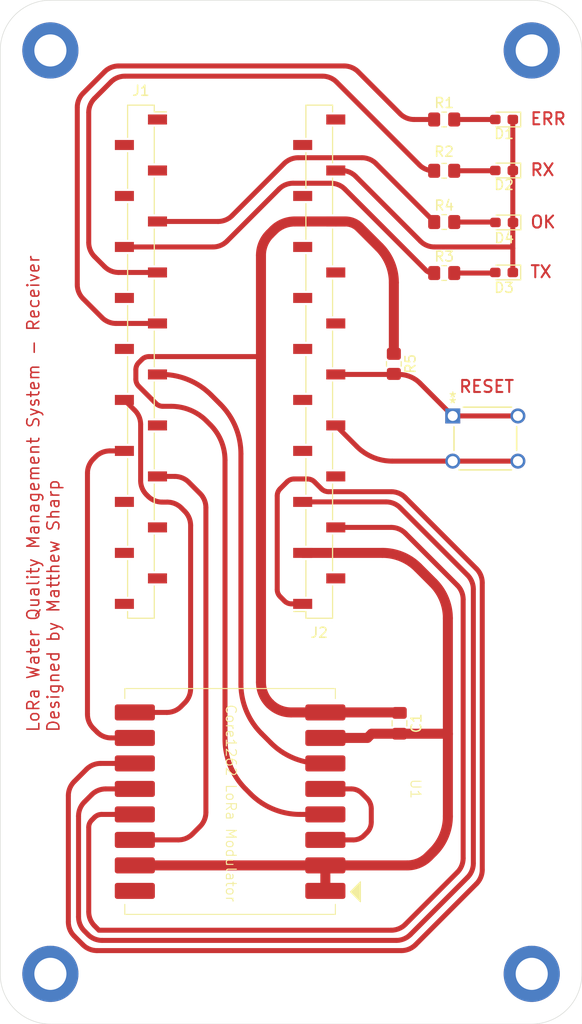
<source format=kicad_pcb>
(kicad_pcb (version 20241229) (generator "pcbnew") (generator_version "9.0")
  (layers (0 "F.Cu" signal) (2 "B.Cu" signal) (13 "F.Paste" user) (15 "B.Paste" user) (5 "F.SilkS" user "F.Silkscreen") (7 "B.SilkS" user "B.Silkscreen") (1 "F.Mask" user) (3 "B.Mask" user) (25 "Edge.Cuts" user))
  (net 0 "")
  (net 1 "+3V3")
  (net 2 "GND")
  (net 3 "Net-(D1-A)")
  (net 4 "Net-(D2-A)")
  (net 5 "Net-(D3-A)")
  (net 6 "Net-(D4-A)")
  (net 10 "/LoRa_IRQ")
  (net 11 "/ERR_LED")
  (net 12 "/RX_LED")
  (net 15 "/LoRa_~{RESET}")
  (net 20 "/STATUS_LED")
  (net 21 "/LoRa_BUSY")
  (net 23 "/TX_LED")
  (net 24 "/LoRa_CS")
  (net 27 "/SPI_SCK_{0}")
  (net 31 "/SPI_MISO_{0}")
  (net 32 "Net-(J2-Pin_10)")
  (net 39 "/SPI_MOSI_{0}")
  (net 41 "Net-(U1-DIO2)")
  (net 45 "GND2")
  (net 46 "GND1")
  (footprint "LED_SMD:LED_0603_1608Metric_Pad1.05x0.95mm_HandSolder" (layer "F.Cu") (at 157.256 66.138 180)
    (property "Reference" "D4" (at 0 -1.553 0) (layer "F.SilkS"))
    (property "Value" "LED")
    (fp_line (start 0.8 -0.735) (end -1.66 -0.735) (stroke (width 0.12)) (layer "F.SilkS"))
    (fp_line (start -1.66 0.735) (end 0.8 0.735) (stroke (width 0.12)) (layer "F.SilkS"))
    (fp_line (start -1.66 -0.735) (end -1.66 0.735) (stroke (width 0.12)) (layer "F.SilkS"))
    (pad "1" smd roundrect (at -0.875 0 180) (size 1.05 0.95) (layers "F.Cu" "F.Mask" "F.Paste") (net 45 "GND2"))
    (pad "2" smd roundrect (at 0.875 0 180) (size 1.05 0.95) (layers "F.Cu" "F.Mask" "F.Paste") (net 6 "Net-(D4-A)"))
  )
  (footprint "MountingHole:MountingHole_3.2mm_M3_DIN965_Pad" (layer "F.Cu") (at 112 49)
    (property "Reference" "REF**" (hide yes))
    (property "Value" "MountingHole_3.2mm_M3_DIN965_Pad" (hide yes))
    (pad "1" thru_hole circle (at 0 0) (size 5.6 5.6) (drill 3.2) (layers "*.Cu" "*.Mask"))
  )
  (footprint "Resistor_SMD:R_0805_2012Metric_Pad1.20x1.40mm_HandSolder" (layer "F.Cu") (at 151.273 71.178)
    (property "Reference" "R3" (at 0 -1.65 0) (layer "F.SilkS"))
    (property "Value" "165R")
    (fp_line (start -0.227064 -0.735) (end 0.227064 -0.735) (stroke (width 0.12)) (layer "F.SilkS"))
    (fp_line (start -0.227064 0.735) (end 0.227064 0.735) (stroke (width 0.12)) (layer "F.SilkS"))
    (pad "1" smd roundrect (at -1 0) (size 1.2 1.4) (layers "F.Cu" "F.Mask" "F.Paste") (roundrect_rratio 0.208333) (net 23 "/TX_LED"))
    (pad "2" smd roundrect (at 1 0) (size 1.2 1.4) (layers "F.Cu" "F.Mask" "F.Paste") (roundrect_rratio 0.208333) (net 5 "Net-(D3-A)"))
  )
  (footprint "LWQMS:SW4_1825910-B_TEC" (layer "F.Cu") (at 158.623 89.916)
    (property "Reference" "SW1" (hide yes))
    (property "Value" "Tactile Pushbutton")
    (fp_line (start -6.3742 -3.417961) (end -6.3742 -1.074702) (stroke (width 0.1524)) (layer "F.SilkS"))
    (fp_line (start -5.86236 0.874199) (end -0.63764 0.874199) (stroke (width 0.1524)) (layer "F.SilkS"))
    (fp_line (start -0.63764 -5.374201) (end -5.442292 -5.374201) (stroke (width 0.1524)) (layer "F.SilkS"))
    (fp_line (start -0.1258 -1.074702) (end -0.1258 -3.425299) (stroke (width 0.1524)) (layer "F.SilkS"))
    (fp_text user "*" (at -6.5 -6.318387 0) (layer "F.SilkS"))
    (fp_text user "*" (at -6.500001 -5.723002 0) (layer "F.SilkS"))
    (pad "1" thru_hole rect (at -6.500001 -4.500001) (size 1.4986 1.4986) (drill 0.9906) (layers "*.Cu" "*.Mask") (net 32 "Net-(J2-Pin_10)"))
    (pad "2" thru_hole circle (at 0 -4.500001) (size 1.4986 1.4986) (drill 0.9906) (layers "*.Cu" "*.Mask") (net 32 "Net-(J2-Pin_10)"))
    (pad "3" thru_hole circle (at -6.500001 0) (size 1.4986 1.4986) (drill 0.9906) (layers "*.Cu" "*.Mask") (net 46 "GND1"))
    (pad "4" thru_hole circle (at 0 0) (size 1.4986 1.4986) (drill 0.9906) (layers "*.Cu" "*.Mask") (net 46 "GND1"))
  )
  (footprint "Connector_PinSocket_2.54mm:PinSocket_1x20_P2.54mm_Vertical_SMD_Pin1Right" (layer "F.Cu") (at 121.03 80.01)
    (property "Reference" "J1" (at 0 -27 0) (layer "F.SilkS"))
    (property "Value" "Conn_01x20")
    (fp_line (start -1.33 -25.56) (end -1.33 -22.35) (stroke (width 0.12)) (layer "F.SilkS"))
    (fp_line (start -1.33 -25.56) (end 1.33 -25.56) (stroke (width 0.12)) (layer "F.SilkS"))
    (fp_line (start -1.33 -20.83) (end -1.33 -17.27) (stroke (width 0.12)) (layer "F.SilkS"))
    (fp_line (start -1.33 -15.75) (end -1.33 -12.19) (stroke (width 0.12)) (layer "F.SilkS"))
    (fp_line (start -1.33 -10.67) (end -1.33 -7.11) (stroke (width 0.12)) (layer "F.SilkS"))
    (fp_line (start -1.33 -5.59) (end -1.33 -2.03) (stroke (width 0.12)) (layer "F.SilkS"))
    (fp_line (start -1.33 -0.51) (end -1.33 3.05) (stroke (width 0.12)) (layer "F.SilkS"))
    (fp_line (start -1.33 4.57) (end -1.33 8.13) (stroke (width 0.12)) (layer "F.SilkS"))
    (fp_line (start -1.33 9.65) (end -1.33 13.21) (stroke (width 0.12)) (layer "F.SilkS"))
    (fp_line (start -1.33 14.73) (end -1.33 18.29) (stroke (width 0.12)) (layer "F.SilkS"))
    (fp_line (start -1.33 19.81) (end -1.33 23.37) (stroke (width 0.12)) (layer "F.SilkS"))
    (fp_line (start -1.33 24.89) (end -1.33 25.56) (stroke (width 0.12)) (layer "F.SilkS"))
    (fp_line (start -1.33 25.56) (end 1.33 25.56) (stroke (width 0.12)) (layer "F.SilkS"))
    (fp_line (start 1.33 -25.56) (end 1.33 -24.89) (stroke (width 0.12)) (layer "F.SilkS"))
    (fp_line (start 1.33 -24.89) (end 2.54 -24.89) (stroke (width 0.12)) (layer "F.SilkS"))
    (fp_line (start 1.33 -23.37) (end 1.33 -19.81) (stroke (width 0.12)) (layer "F.SilkS"))
    (fp_line (start 1.33 -18.29) (end 1.33 -14.73) (stroke (width 0.12)) (layer "F.SilkS"))
    (fp_line (start 1.33 -13.21) (end 1.33 -9.65) (stroke (width 0.12)) (layer "F.SilkS"))
    (fp_line (start 1.33 -8.13) (end 1.33 -4.57) (stroke (width 0.12)) (layer "F.SilkS"))
    (fp_line (start 1.33 -3.05) (end 1.33 0.51) (stroke (width 0.12)) (layer "F.SilkS"))
    (fp_line (start 1.33 2.03) (end 1.33 5.59) (stroke (width 0.12)) (layer "F.SilkS"))
    (fp_line (start 1.33 7.11) (end 1.33 10.67) (stroke (width 0.12)) (layer "F.SilkS"))
    (fp_line (start 1.33 12.19) (end 1.33 15.75) (stroke (width 0.12)) (layer "F.SilkS"))
    (fp_line (start 1.33 17.27) (end 1.33 20.83) (stroke (width 0.12)) (layer "F.SilkS"))
    (fp_line (start 1.33 22.35) (end 1.33 25.56) (stroke (width 0.12)) (layer "F.SilkS"))
    (pad "1" smd rect (at 1.65 -24.13) (size 1.9 1) (layers "F.Cu" "F.Mask" "F.Paste"))
    (pad "2" smd rect (at -1.65 -21.59) (size 1.9 1) (layers "F.Cu" "F.Mask" "F.Paste"))
    (pad "3" smd rect (at 1.65 -19.05) (size 1.9 1) (layers "F.Cu" "F.Mask" "F.Paste"))
    (pad "4" smd rect (at -1.65 -16.51) (size 1.9 1) (layers "F.Cu" "F.Mask" "F.Paste"))
    (pad "5" smd rect (at 1.65 -13.97) (size 1.9 1) (layers "F.Cu" "F.Mask" "F.Paste") (net 20 "/STATUS_LED"))
    (pad "6" smd rect (at -1.65 -11.43) (size 1.9 1) (layers "F.Cu" "F.Mask" "F.Paste") (net 23 "/TX_LED"))
    (pad "7" smd rect (at 1.65 -8.89) (size 1.9 1) (layers "F.Cu" "F.Mask" "F.Paste") (net 12 "/RX_LED"))
    (pad "8" smd rect (at -1.65 -6.35) (size 1.9 1) (layers "F.Cu" "F.Mask" "F.Paste"))
    (pad "9" smd rect (at 1.65 -3.81) (size 1.9 1) (layers "F.Cu" "F.Mask" "F.Paste") (net 11 "/ERR_LED"))
    (pad "10" smd rect (at -1.65 -1.27) (size 1.9 1) (layers "F.Cu" "F.Mask" "F.Paste"))
    (pad "11" smd rect (at 1.65 1.27) (size 1.9 1) (layers "F.Cu" "F.Mask" "F.Paste") (net 10 "/LoRa_IRQ"))
    (pad "12" smd rect (at -1.65 3.81) (size 1.9 1) (layers "F.Cu" "F.Mask" "F.Paste") (net 21 "/LoRa_BUSY"))
    (pad "13" smd rect (at 1.65 6.35) (size 1.9 1) (layers "F.Cu" "F.Mask" "F.Paste"))
    (pad "14" smd rect (at -1.65 8.89) (size 1.9 1) (layers "F.Cu" "F.Mask" "F.Paste") (net 15 "/LoRa_~{RESET}"))
    (pad "15" smd rect (at 1.65 11.43) (size 1.9 1) (layers "F.Cu" "F.Mask" "F.Paste") (net 24 "/LoRa_CS"))
    (pad "16" smd rect (at -1.65 13.97) (size 1.9 1) (layers "F.Cu" "F.Mask" "F.Paste"))
    (pad "17" smd rect (at 1.65 16.51) (size 1.9 1) (layers "F.Cu" "F.Mask" "F.Paste"))
    (pad "18" smd rect (at -1.65 19.05) (size 1.9 1) (layers "F.Cu" "F.Mask" "F.Paste"))
    (pad "19" smd rect (at 1.65 21.59) (size 1.9 1) (layers "F.Cu" "F.Mask" "F.Paste"))
    (pad "20" smd rect (at -1.65 24.13) (size 1.9 1) (layers "F.Cu" "F.Mask" "F.Paste"))
  )
  (footprint "LED_SMD:LED_0603_1608Metric_Pad1.05x0.95mm_HandSolder" (layer "F.Cu") (at 157.24 60.96 180)
    (property "Reference" "D2" (at 0 -1.43 0) (layer "F.SilkS"))
    (property "Value" "LED")
    (fp_line (start 0.8 -0.735) (end -1.66 -0.735) (stroke (width 0.12)) (layer "F.SilkS"))
    (fp_line (start -1.66 0.735) (end 0.8 0.735) (stroke (width 0.12)) (layer "F.SilkS"))
    (fp_line (start -1.66 -0.735) (end -1.66 0.735) (stroke (width 0.12)) (layer "F.SilkS"))
    (pad "1" smd roundrect (at -0.875 0 180) (size 1.05 0.95) (layers "F.Cu" "F.Mask" "F.Paste") (net 45 "GND2"))
    (pad "2" smd roundrect (at 0.875 0 180) (size 1.05 0.95) (layers "F.Cu" "F.Mask" "F.Paste") (net 4 "Net-(D2-A)"))
  )
  (footprint "LED_SMD:LED_0603_1608Metric_Pad1.05x0.95mm_HandSolder" (layer "F.Cu") (at 157.24 71.12 180)
    (property "Reference" "D3" (at 0 -1.524 0) (layer "F.SilkS"))
    (property "Value" "LED")
    (fp_line (start 0.8 -0.735) (end -1.66 -0.735) (stroke (width 0.12)) (layer "F.SilkS"))
    (fp_line (start -1.66 0.735) (end 0.8 0.735) (stroke (width 0.12)) (layer "F.SilkS"))
    (fp_line (start -1.66 -0.735) (end -1.66 0.735) (stroke (width 0.12)) (layer "F.SilkS"))
    (pad "1" smd roundrect (at -0.875 0 180) (size 1.05 0.95) (layers "F.Cu" "F.Mask" "F.Paste") (net 45 "GND2"))
    (pad "2" smd roundrect (at 0.875 0 180) (size 1.05 0.95) (layers "F.Cu" "F.Mask" "F.Paste") (net 5 "Net-(D3-A)"))
  )
  (footprint "MountingHole:MountingHole_3.2mm_M3_DIN965_Pad" (layer "F.Cu") (at 160 141)
    (property "Reference" "REF**" (hide yes))
    (property "Value" "MountingHole_3.2mm_M3_DIN965_Pad" (hide yes))
    (pad "1" thru_hole circle (at 0 0) (size 5.6 5.6) (drill 3.2) (layers "*.Cu" "*.Mask"))
  )
  (footprint "Resistor_SMD:R_0805_2012Metric_Pad1.20x1.40mm_HandSolder" (layer "F.Cu") (at 151.269 55.88)
    (property "Reference" "R1" (at 0 -1.65 0) (layer "F.SilkS"))
    (property "Value" "75R")
    (fp_line (start -0.227064 -0.735) (end 0.227064 -0.735) (stroke (width 0.12)) (layer "F.SilkS"))
    (fp_line (start -0.227064 0.735) (end 0.227064 0.735) (stroke (width 0.12)) (layer "F.SilkS"))
    (pad "1" smd roundrect (at -1 0) (size 1.2 1.4) (layers "F.Cu" "F.Mask" "F.Paste") (roundrect_rratio 0.208333) (net 11 "/ERR_LED"))
    (pad "2" smd roundrect (at 1 0) (size 1.2 1.4) (layers "F.Cu" "F.Mask" "F.Paste") (roundrect_rratio 0.208333) (net 3 "Net-(D1-A)"))
  )
  (footprint "MountingHole:MountingHole_3.2mm_M3_DIN965_Pad" (layer "F.Cu") (at 160 49)
    (property "Reference" "REF**" (hide yes))
    (property "Value" "MountingHole_3.2mm_M3_DIN965_Pad" (hide yes))
    (pad "1" thru_hole circle (at 0 0) (size 5.6 5.6) (drill 3.2) (layers "*.Cu" "*.Mask"))
  )
  (footprint "Connector_PinSocket_2.54mm:PinSocket_1x20_P2.54mm_Vertical_SMD_Pin1Right" (layer "F.Cu") (at 138.81 80.01 180)
    (property "Reference" "J2" (at 0 -27 0) (layer "F.SilkS"))
    (property "Value" "Conn_01x20")
    (fp_line (start 1.33 22.35) (end 1.33 25.56) (stroke (width 0.12)) (layer "F.SilkS"))
    (fp_line (start 1.33 17.27) (end 1.33 20.83) (stroke (width 0.12)) (layer "F.SilkS"))
    (fp_line (start 1.33 12.19) (end 1.33 15.75) (stroke (width 0.12)) (layer "F.SilkS"))
    (fp_line (start 1.33 7.11) (end 1.33 10.67) (stroke (width 0.12)) (layer "F.SilkS"))
    (fp_line (start 1.33 2.03) (end 1.33 5.59) (stroke (width 0.12)) (layer "F.SilkS"))
    (fp_line (start 1.33 -3.05) (end 1.33 0.51) (stroke (width 0.12)) (layer "F.SilkS"))
    (fp_line (start 1.33 -8.13) (end 1.33 -4.57) (stroke (width 0.12)) (layer "F.SilkS"))
    (fp_line (start 1.33 -13.21) (end 1.33 -9.65) (stroke (width 0.12)) (layer "F.SilkS"))
    (fp_line (start 1.33 -18.29) (end 1.33 -14.73) (stroke (width 0.12)) (layer "F.SilkS"))
    (fp_line (start 1.33 -23.37) (end 1.33 -19.81) (stroke (width 0.12)) (layer "F.SilkS"))
    (fp_line (start 1.33 -24.89) (end 2.54 -24.89) (stroke (width 0.12)) (layer "F.SilkS"))
    (fp_line (start 1.33 -25.56) (end 1.33 -24.89) (stroke (width 0.12)) (layer "F.SilkS"))
    (fp_line (start -1.33 25.56) (end 1.33 25.56) (stroke (width 0.12)) (layer "F.SilkS"))
    (fp_line (start -1.33 24.89) (end -1.33 25.56) (stroke (width 0.12)) (layer "F.SilkS"))
    (fp_line (start -1.33 19.81) (end -1.33 23.37) (stroke (width 0.12)) (layer "F.SilkS"))
    (fp_line (start -1.33 14.73) (end -1.33 18.29) (stroke (width 0.12)) (layer "F.SilkS"))
    (fp_line (start -1.33 9.65) (end -1.33 13.21) (stroke (width 0.12)) (layer "F.SilkS"))
    (fp_line (start -1.33 4.57) (end -1.33 8.13) (stroke (width 0.12)) (layer "F.SilkS"))
    (fp_line (start -1.33 -0.51) (end -1.33 3.05) (stroke (width 0.12)) (layer "F.SilkS"))
    (fp_line (start -1.33 -5.59) (end -1.33 -2.03) (stroke (width 0.12)) (layer "F.SilkS"))
    (fp_line (start -1.33 -10.67) (end -1.33 -7.11) (stroke (width 0.12)) (layer "F.SilkS"))
    (fp_line (start -1.33 -15.75) (end -1.33 -12.19) (stroke (width 0.12)) (layer "F.SilkS"))
    (fp_line (start -1.33 -20.83) (end -1.33 -17.27) (stroke (width 0.12)) (layer "F.SilkS"))
    (fp_line (start -1.33 -25.56) (end 1.33 -25.56) (stroke (width 0.12)) (layer "F.SilkS"))
    (fp_line (start -1.33 -25.56) (end -1.33 -22.35) (stroke (width 0.12)) (layer "F.SilkS"))
    (pad "1" smd rect (at 1.65 -24.13 180) (size 1.9 1) (layers "F.Cu" "F.Mask" "F.Paste") (net 31 "/SPI_MISO_{0}"))
    (pad "2" smd rect (at -1.65 -21.59 180) (size 1.9 1) (layers "F.Cu" "F.Mask" "F.Paste"))
    (pad "3" smd rect (at 1.65 -19.05 180) (size 1.9 1) (layers "F.Cu" "F.Mask" "F.Paste") (net 2 "GND"))
    (pad "4" smd rect (at -1.65 -16.51 180) (size 1.9 1) (layers "F.Cu" "F.Mask" "F.Paste") (net 27 "/SPI_SCK_{0}"))
    (pad "5" smd rect (at 1.65 -13.97 180) (size 1.9 1) (layers "F.Cu" "F.Mask" "F.Paste") (net 39 "/SPI_MOSI_{0}"))
    (pad "6" smd rect (at -1.65 -11.43 180) (size 1.9 1) (layers "F.Cu" "F.Mask" "F.Paste"))
    (pad "7" smd rect (at 1.65 -8.89 180) (size 1.9 1) (layers "F.Cu" "F.Mask" "F.Paste"))
    (pad "8" smd rect (at -1.65 -6.35 180) (size 1.9 1) (layers "F.Cu" "F.Mask" "F.Paste") (net 46 "GND1"))
    (pad "9" smd rect (at 1.65 -3.81 180) (size 1.9 1) (layers "F.Cu" "F.Mask" "F.Paste"))
    (pad "10" smd rect (at -1.65 -1.27 180) (size 1.9 1) (layers "F.Cu" "F.Mask" "F.Paste") (net 32 "Net-(J2-Pin_10)"))
    (pad "11" smd rect (at 1.65 1.27 180) (size 1.9 1) (layers "F.Cu" "F.Mask" "F.Paste"))
    (pad "12" smd rect (at -1.65 3.81 180) (size 1.9 1) (layers "F.Cu" "F.Mask" "F.Paste"))
    (pad "13" smd rect (at 1.65 6.35 180) (size 1.9 1) (layers "F.Cu" "F.Mask" "F.Paste"))
    (pad "14" smd rect (at -1.65 8.89 180) (size 1.9 1) (layers "F.Cu" "F.Mask" "F.Paste"))
    (pad "15" smd rect (at 1.65 11.43 180) (size 1.9 1) (layers "F.Cu" "F.Mask" "F.Paste"))
    (pad "16" smd rect (at -1.65 13.97 180) (size 1.9 1) (layers "F.Cu" "F.Mask" "F.Paste") (net 1 "+3V3"))
    (pad "17" smd rect (at 1.65 16.51 180) (size 1.9 1) (layers "F.Cu" "F.Mask" "F.Paste"))
    (pad "18" smd rect (at -1.65 19.05 180) (size 1.9 1) (layers "F.Cu" "F.Mask" "F.Paste") (net 45 "GND2"))
    (pad "19" smd rect (at 1.65 21.59 180) (size 1.9 1) (layers "F.Cu" "F.Mask" "F.Paste"))
    (pad "20" smd rect (at -1.65 24.13 180) (size 1.9 1) (layers "F.Cu" "F.Mask" "F.Paste"))
  )
  (footprint "LED_SMD:LED_0603_1608Metric_Pad1.05x0.95mm_HandSolder" (layer "F.Cu") (at 157.24 55.88 180)
    (property "Reference" "D1" (at 0 -1.43 0) (layer "F.SilkS"))
    (property "Value" "LED")
    (fp_line (start 0.8 -0.735) (end -1.66 -0.735) (stroke (width 0.12)) (layer "F.SilkS"))
    (fp_line (start -1.66 0.735) (end 0.8 0.735) (stroke (width 0.12)) (layer "F.SilkS"))
    (fp_line (start -1.66 -0.735) (end -1.66 0.735) (stroke (width 0.12)) (layer "F.SilkS"))
    (pad "1" smd roundrect (at -0.875 0 180) (size 1.05 0.95) (layers "F.Cu" "F.Mask" "F.Paste") (net 45 "GND2"))
    (pad "2" smd roundrect (at 0.875 0 180) (size 1.05 0.95) (layers "F.Cu" "F.Mask" "F.Paste") (net 3 "Net-(D1-A)"))
  )
  (footprint "LWQMS:Core1262" (layer "F.Cu") (at 120.421 112.555 -90)
    (property "Reference" "U1" (at 10.02 -28 270) (layer "F.SilkS") (effects (font (thickness 0.1))))
    (property "Value" "Core1262 HF")
    (fp_line (start 0.02 1) (end 1.02 1) (stroke (width 0.1)) (layer "F.SilkS"))
    (fp_line (start 0.02 1) (end 0.02 -20) (stroke (width 0.1)) (layer "F.SilkS"))
    (fp_line (start 22.52 1) (end 21.52 1) (stroke (width 0.1)) (layer "F.SilkS"))
    (fp_line (start 22.52 1) (end 22.52 -20) (stroke (width 0.1)) (layer "F.SilkS"))
    (fp_line (start 0.02 -20) (end 1.02 -20) (stroke (width 0.1)) (layer "F.SilkS"))
    (fp_line (start 22.52 -20) (end 21.52 -20) (stroke (width 0.1)) (layer "F.SilkS"))
    (fp_poly (pts (xy 21.27 -22.5) (xy 20.27 -21.5) (xy 19.27 -22.5)) (stroke (width 0.1)) (fill yes) (layer "F.SilkS"))
    (fp_text user "Core1262 LoRa Modulator" (at 1.52 -9 270) (layer "F.SilkS") (effects (font (thickness 0.1)) (justify left bottom)))
    (pad "1" smd roundrect (at 20.18 -19 270) (size 1.6 4) (layers "F.Cu" "F.Mask" "F.Paste") (roundrect_rratio 0.15) (net 2 "GND"))
    (pad "2" smd roundrect (at 17.64 -19 270) (size 1.6 4) (layers "F.Cu" "F.Mask" "F.Paste") (roundrect_rratio 0.15) (net 2 "GND"))
    (pad "3" smd roundrect (at 15.1 -19 270) (size 1.6 4) (layers "F.Cu" "F.Mask" "F.Paste") (roundrect_rratio 0.15) (net 41 "Net-(U1-DIO2)"))
    (pad "4" smd roundrect (at 12.56 -19 270) (size 1.6 4) (layers "F.Cu" "F.Mask" "F.Paste") (roundrect_rratio 0.15) (net 1 "+3V3"))
    (pad "5" smd roundrect (at 10.02 -19 270) (size 1.6 4) (layers "F.Cu" "F.Mask" "F.Paste") (roundrect_rratio 0.15) (net 41 "Net-(U1-DIO2)"))
    (pad "6" smd roundrect (at 7.48 -19 270) (size 1.6 4) (layers "F.Cu" "F.Mask" "F.Paste") (roundrect_rratio 0.15) (net 10 "/LoRa_IRQ"))
    (pad "7" smd roundrect (at 4.94 -19 270) (size 1.6 4) (layers "F.Cu" "F.Mask" "F.Paste") (roundrect_rratio 0.15) (net 2 "GND"))
    (pad "8" smd roundrect (at 2.4 -19 270) (size 1.6 4) (layers "F.Cu" "F.Mask" "F.Paste") (roundrect_rratio 0.15) (net 1 "+3V3"))
    (pad "9" smd roundrect (at 2.4 0 270) (size 1.6 4) (layers "F.Cu" "F.Mask" "F.Paste") (roundrect_rratio 0.15) (net 21 "/LoRa_BUSY"))
    (pad "10" smd roundrect (at 4.94 0 270) (size 1.6 4) (layers "F.Cu" "F.Mask" "F.Paste") (roundrect_rratio 0.15) (net 15 "/LoRa_~{RESET}"))
    (pad "11" smd roundrect (at 7.48 0 270) (size 1.6 4) (layers "F.Cu" "F.Mask" "F.Paste") (roundrect_rratio 0.15) (net 31 "/SPI_MISO_{0}"))
    (pad "12" smd roundrect (at 10.02 0 270) (size 1.6 4) (layers "F.Cu" "F.Mask" "F.Paste") (roundrect_rratio 0.15) (net 39 "/SPI_MOSI_{0}"))
    (pad "13" smd roundrect (at 12.56 0 270) (size 1.6 4) (layers "F.Cu" "F.Mask" "F.Paste") (roundrect_rratio 0.15) (net 27 "/SPI_SCK_{0}"))
    (pad "14" smd roundrect (at 15.1 0 270) (size 1.6 4) (layers "F.Cu" "F.Mask" "F.Paste") (roundrect_rratio 0.15) (net 24 "/LoRa_CS"))
    (pad "15" smd roundrect (at 17.64 0 270) (size 1.6 4) (layers "F.Cu" "F.Mask" "F.Paste") (roundrect_rratio 0.15) (net 2 "GND"))
    (pad "16" smd roundrect (at 20.18 0 270) (size 1.6 4) (layers "F.Cu" "F.Mask" "F.Paste") (roundrect_rratio 0.15))
  )
  (footprint "Capacitor_SMD:C_0805_2012Metric_Pad1.18x1.45mm_HandSolder" (layer "F.Cu") (at 146.812 116.0375 -90)
    (property "Reference" "C1" (at 0 -1.68 90) (layer "F.SilkS"))
    (property "Value" "100n")
    (fp_line (start -0.261252 0.735) (end 0.261252 0.735) (stroke (width 0.12)) (layer "F.SilkS"))
    (fp_line (start -0.261252 -0.735) (end 0.261252 -0.735) (stroke (width 0.12)) (layer "F.SilkS"))
    (pad "1" smd roundrect (at -1.0375 0 270) (size 1.175 1.45) (layers "F.Cu" "F.Mask" "F.Paste") (roundrect_rratio 0.212766) (net 1 "+3V3"))
    (pad "2" smd roundrect (at 1.0375 0 270) (size 1.175 1.45) (layers "F.Cu" "F.Mask" "F.Paste") (roundrect_rratio 0.212766) (net 2 "GND"))
  )
  (footprint "Resistor_SMD:R_0805_2012Metric_Pad1.20x1.40mm_HandSolder" (layer "F.Cu") (at 151.273 66.098)
    (property "Reference" "R4" (at 0 -1.65 0) (layer "F.SilkS"))
    (property "Value" "165R")
    (fp_line (start -0.227064 -0.735) (end 0.227064 -0.735) (stroke (width 0.12)) (layer "F.SilkS"))
    (fp_line (start -0.227064 0.735) (end 0.227064 0.735) (stroke (width 0.12)) (layer "F.SilkS"))
    (pad "1" smd roundrect (at -1 0) (size 1.2 1.4) (layers "F.Cu" "F.Mask" "F.Paste") (roundrect_rratio 0.208333) (net 20 "/STATUS_LED"))
    (pad "2" smd roundrect (at 1 0) (size 1.2 1.4) (layers "F.Cu" "F.Mask" "F.Paste") (roundrect_rratio 0.208333) (net 6 "Net-(D4-A)"))
  )
  (footprint "Resistor_SMD:R_0805_2012Metric_Pad1.20x1.40mm_HandSolder" (layer "F.Cu") (at 151.269 60.989)
    (property "Reference" "R2" (at -0.012 -1.905 0) (layer "F.SilkS"))
    (property "Value" "165R")
    (fp_line (start -0.227064 -0.735) (end 0.227064 -0.735) (stroke (width 0.12)) (layer "F.SilkS"))
    (fp_line (start -0.227064 0.735) (end 0.227064 0.735) (stroke (width 0.12)) (layer "F.SilkS"))
    (pad "1" smd roundrect (at -1 0) (size 1.2 1.4) (layers "F.Cu" "F.Mask" "F.Paste") (roundrect_rratio 0.208333) (net 12 "/RX_LED"))
    (pad "2" smd roundrect (at 1 0) (size 1.2 1.4) (layers "F.Cu" "F.Mask" "F.Paste") (roundrect_rratio 0.208333) (net 4 "Net-(D2-A)"))
  )
  (footprint "Resistor_SMD:R_0805_2012Metric_Pad1.20x1.40mm_HandSolder" (layer "F.Cu") (at 146.251001 80.227001 -90)
    (property "Reference" "R5" (at 0 -1.65 90) (layer "F.SilkS"))
    (property "Value" "10k")
    (fp_line (start -0.227064 0.735) (end 0.227064 0.735) (stroke (width 0.12)) (layer "F.SilkS"))
    (fp_line (start -0.227064 -0.735) (end 0.227064 -0.735) (stroke (width 0.12)) (layer "F.SilkS"))
    (pad "1" smd roundrect (at -1 0 270) (size 1.2 1.4) (layers "F.Cu" "F.Mask" "F.Paste") (roundrect_rratio 0.208333) (net 1 "+3V3"))
    (pad "2" smd roundrect (at 1 0 270) (size 1.2 1.4) (layers "F.Cu" "F.Mask" "F.Paste") (roundrect_rratio 0.208333) (net 32 "Net-(J2-Pin_10)"))
  )
  (footprint "MountingHole:MountingHole_3.2mm_M3_DIN965_Pad" (layer "F.Cu") (at 112 141)
    (property "Reference" "REF**" (hide yes))
    (property "Value" "MountingHole_3.2mm_M3_DIN965_Pad" (hide yes))
    (pad "1" thru_hole circle (at 0 0) (size 5.6 5.6) (drill 3.2) (layers "*.Cu" "*.Mask"))
  )
  (gr_arc (start 112 146) (mid 108.464466 144.535534) (end 107 141) (stroke (width 0.05)) (layer "Edge.Cuts"))
  (gr_line (start 160 146) (end 112 146) (stroke (width 0.05)) (layer "Edge.Cuts"))
  (gr_line (start 165 49) (end 165 141) (stroke (width 0.05)) (layer "Edge.Cuts"))
  (gr_line (start 112 44) (end 160 44) (stroke (width 0.05)) (layer "Edge.Cuts"))
  (gr_arc (start 160 44) (mid 163.535534 45.464466) (end 165 49) (stroke (width 0.05)) (layer "Edge.Cuts"))
  (gr_line (start 107 141) (end 107 49) (stroke (width 0.05)) (layer "Edge.Cuts"))
  (gr_arc (start 107 49) (mid 108.464466 45.464466) (end 112 44) (stroke (width 0.05)) (layer "Edge.Cuts"))
  (gr_arc (start 165 141) (mid 163.535534 144.535534) (end 160 146) (stroke (width 0.05)) (layer "Edge.Cuts"))
  (gr_text "RX" (at 159.766 61.595 0) (layer "F.Cu") (effects (font (size 1.2 1.2) (thickness 0.2) (bold yes)) (justify left bottom)))
  (gr_text "ERR" (at 159.766 56.515 0) (layer "F.Cu") (effects (font (size 1.2 1.2) (thickness 0.2) (bold yes)) (justify left bottom)))
  (gr_text "Designed by Matthew Sharp" (at 113 117 90) (layer "F.Cu") (effects (font (size 1.2 1.2)) (justify left bottom)))
  (gr_text "TX" (at 159.766 71.755 0) (layer "F.Cu") (effects (font (size 1.2 1.2) (thickness 0.2) (bold yes)) (justify left bottom)))
  (gr_text "RESET" (at 152.654 83.185 0) (layer "F.Cu") (effects (font (size 1.2 1.2) (thickness 0.2) (bold yes)) (justify left bottom)))
  (gr_text "OK" (at 159.766 66.802 0) (layer "F.Cu") (effects (font (size 1.2 1.2) (thickness 0.2) (bold yes)) (justify left bottom)))
  (gr_text "LoRa Water Quality Management System - Receiver" (at 111 117 90) (layer "F.Cu") (effects (font (size 1.2 1.2)) (justify left bottom)))
  (segment (start 131.954747 123.064747) (end 131.463252 122.573252) (width 0.5) (layer "F.Cu") (net 1))
  (segment (start 136.370641 66.04) (end 140.46 66.04) (width 1) (layer "F.Cu") (net 1))
  (segment (start 133 111.945359) (end 133 79.502) (width 1) (layer "F.Cu") (net 1))
  (segment (start 139.421 114.955) (end 136.009641 114.955) (width 1) (layer "F.Cu") (net 1))
  (segment (start 133.88832 114.07632) (end 133.878679 114.066679) (width 1) (layer "F.Cu") (net 1))
  (segment (start 127.948534 86.292534) (end 127.575466 85.919466) (width 0.5) (layer "F.Cu") (net 1))
  (segment (start 124.039932 84.455) (end 123.223214 84.455) (width 0.5) (layer "F.Cu") (net 1))
  (segment (start 120.523 81.754786) (end 120.523 80.805214) (width 0.5) (layer "F.Cu") (net 1))
  (segment (start 144.786535 68.586535) (end 142.825786 66.625786) (width 1) (layer "F.Cu") (net 1))
  (segment (start 133 79.502) (end 133 69.410641) (width 1) (layer "F.Cu") (net 1))
  (segment (start 146.767 114.955) (end 146.812 115) (width 1) (layer "F.Cu") (net 1))
  (segment (start 121.826214 79.502) (end 133 79.502) (width 0.5) (layer "F.Cu") (net 1))
  (segment (start 122.516107 84.162107) (end 120.815893 82.461893) (width 0.5) (layer "F.Cu") (net 1))
  (segment (start 133.87868 67.28932) (end 134.249321 66.918679) (width 1) (layer "F.Cu") (net 1))
  (segment (start 129.413 117.623505) (end 129.413 89.828068) (width 0.5) (layer "F.Cu") (net 1))
  (segment (start 146.251001 79.227001) (end 146.251001 72.122069) (width 1) (layer "F.Cu") (net 1))
  (segment (start 120.815893 80.098107) (end 121.119107 79.794893) (width 0.5) (layer "F.Cu") (net 1))
  (segment (start 139.421 114.955) (end 146.767 114.955) (width 1) (layer "F.Cu") (net 1))
  (segment (start 139.421 125.115) (end 136.904495 125.115) (width 0.5) (layer "F.Cu") (net 1))
  (segment (start 141.411573 66.04) (end 140.46 66.04) (width 1) (layer "F.Cu") (net 1))
  (arc (start 120.523 80.805214) (mid 120.59912 80.422531) (end 120.815893 80.098107) (width 0.5) (layer "F.Cu") (net 1))
  (arc (start 136.904495 125.115) (mid 134.225711 124.582157) (end 131.954747 123.064747) (width 0.5) (layer "F.Cu") (net 1))
  (arc (start 129.413 89.828068) (mid 129.032398 87.914651) (end 127.948534 86.292534) (width 0.5) (layer "F.Cu") (net 1))
  (arc (start 133.88832 114.07632) (mid 134.86159 114.726639) (end 136.009641 114.955) (width 1) (layer "F.Cu") (net 1))
  (arc (start 120.815893 82.461893) (mid 120.59912 82.13747) (end 120.523 81.754786) (width 0.5) (layer "F.Cu") (net 1))
  (arc (start 146.251001 72.122069) (mid 145.870399 70.208652) (end 144.786535 68.586535) (width 1) (layer "F.Cu") (net 1))
  (arc (start 133 111.945359) (mid 133.228361 113.093409) (end 133.878679 114.066679) (width 1) (layer "F.Cu") (net 1))
  (arc (start 133 69.410641) (mid 133.228362 68.26259) (end 133.87868 67.28932) (width 1) (layer "F.Cu") (net 1))
  (arc (start 124.039932 84.455) (mid 125.953349 84.835602) (end 127.575466 85.919466) (width 0.5) (layer "F.Cu") (net 1))
  (arc (start 131.463252 122.573252) (mid 129.945843 120.302289) (end 129.413 117.623505) (width 0.5) (layer "F.Cu") (net 1))
  (arc (start 123.223214 84.455) (mid 122.840531 84.37888) (end 122.516107 84.162107) (width 0.5) (layer "F.Cu") (net 1))
  (arc (start 141.411573 66.04) (mid 142.17694 66.192241) (end 142.825786 66.625786) (width 1) (layer "F.Cu") (net 1))
  (arc (start 121.119107 79.794893) (mid 121.443531 79.57812) (end 121.826214 79.502) (width 0.5) (layer "F.Cu") (net 1))
  (arc (start 136.370641 66.04) (mid 135.222591 66.268361) (end 134.249321 66.918679) (width 1) (layer "F.Cu") (net 1))
  (segment (start 145.121932 99.06) (end 137.16 99.06) (width 1) (layer "F.Cu") (net 2))
  (segment (start 139.421 130.195) (end 147.581359 130.195) (width 1) (layer "F.Cu") (net 2))
  (segment (start 151.619 117.075) (end 151.638 117.094) (width 1) (layer "F.Cu") (net 2))
  (segment (start 139.421 130.195) (end 139.421 132.735) (width 1) (layer "F.Cu") (net 2))
  (segment (start 150.173534 102.040534) (end 148.657466 100.524466) (width 1) (layer "F.Cu") (net 2))
  (segment (start 149.70268 129.31632) (end 150.173534 128.845466) (width 1) (layer "F.Cu") (net 2))
  (segment (start 144.037 117.075) (end 143.617 117.495) (width 1) (layer "F.Cu") (net 2))
  (segment (start 146.812 117.075) (end 151.619 117.075) (width 1) (layer "F.Cu") (net 2))
  (segment (start 139.421 130.195) (end 120.421 130.195) (width 1) (layer "F.Cu") (net 2))
  (segment (start 151.638 117.094) (end 151.638 105.576068) (width 1) (layer "F.Cu") (net 2))
  (segment (start 146.812 117.075) (end 144.037 117.075) (width 1) (layer "F.Cu") (net 2))
  (segment (start 151.638 125.309932) (end 151.638 117.094) (width 1) (layer "F.Cu") (net 2))
  (segment (start 143.617 117.495) (end 139.421 117.495) (width 1) (layer "F.Cu") (net 2))
  (arc (start 150.173534 102.040534) (mid 151.257398 103.662651) (end 151.638 105.576068) (width 1) (layer "F.Cu") (net 2))
  (arc (start 148.657466 100.524466) (mid 147.035349 99.440602) (end 145.121932 99.06) (width 1) (layer "F.Cu") (net 2))
  (arc (start 151.638 125.309932) (mid 151.257398 127.223349) (end 150.173534 128.845466) (width 1) (layer "F.Cu") (net 2))
  (arc (start 147.581359 130.195) (mid 148.72941 129.966638) (end 149.70268 129.31632) (width 1) (layer "F.Cu") (net 2))
  (segment (start 152.269 55.88) (end 156.365 55.88) (width 0.5) (layer "F.Cu") (net 3))
  (segment (start 152.269 60.989) (end 156.336 60.989) (width 0.5) (layer "F.Cu") (net 4))
  (segment (start 156.336 60.989) (end 156.365 60.96) (width 0.5) (layer "F.Cu") (net 4))
  (segment (start 156.438 71.178) (end 156.496 71.12) (width 0.5) (layer "F.Cu") (net 5))
  (segment (start 156.307 71.178) (end 156.365 71.12) (width 0.5) (layer "F.Cu") (net 5))
  (segment (start 152.273 71.178) (end 156.307 71.178) (width 0.5) (layer "F.Cu") (net 5))
  (segment (start 156.456 66.098) (end 156.496 66.138) (width 0.5) (layer "F.Cu") (net 6))
  (segment (start 152.273 66.098) (end 156.341 66.098) (width 0.5) (layer "F.Cu") (net 6))
  (segment (start 156.341 66.098) (end 156.381 66.138) (width 0.5) (layer "F.Cu") (net 6))
  (segment (start 139.421 120.035) (end 138.934495 120.035) (width 0.5) (layer "F.Cu") (net 10))
  (segment (start 128.949747 84.245747) (end 128.034252 83.330252) (width 0.5) (layer "F.Cu") (net 10))
  (segment (start 131 112.100505) (end 131 89.195495) (width 0.5) (layer "F.Cu") (net 10))
  (segment (start 123.084505 81.28) (end 122.68 81.28) (width 0.5) (layer "F.Cu") (net 10))
  (segment (start 133.984747 117.984747) (end 133.050252 117.050252) (width 0.5) (layer "F.Cu") (net 10))
  (arc (start 131 112.100505) (mid 131.532843 114.779289) (end 133.050252 117.050252) (width 0.5) (layer "F.Cu") (net 10))
  (arc (start 138.934495 120.035) (mid 136.255711 119.502157) (end 133.984747 117.984747) (width 0.5) (layer "F.Cu") (net 10))
  (arc (start 131 89.195495) (mid 130.467157 86.516711) (end 128.949747 84.245747) (width 0.5) (layer "F.Cu") (net 10))
  (arc (start 128.034252 83.330252) (mid 125.763289 81.812843) (end 123.084505 81.28) (width 0.5) (layer "F.Cu") (net 10))
  (segment (start 122.68 76.2) (end 118.557427 76.2) (width 0.5) (layer "F.Cu") (net 11))
  (segment (start 117.143213 75.614213) (end 115.266786 73.737786) (width 0.5) (layer "F.Cu") (net 11))
  (segment (start 118.811427 50.546) (end 141.284573 50.546) (width 0.5) (layer "F.Cu") (net 11))
  (segment (start 115.266787 53.262213) (end 117.397214 51.131786) (width 0.5) (layer "F.Cu") (net 11))
  (segment (start 148.275427 55.88) (end 150.269 55.88) (width 0.5) (layer "F.Cu") (net 11))
  (segment (start 114.681 72.323573) (end 114.681 54.676427) (width 0.5) (layer "F.Cu") (net 11))
  (segment (start 142.698787 51.131787) (end 146.861214 55.294214) (width 0.5) (layer "F.Cu") (net 11))
  (arc (start 118.811427 50.546) (mid 118.04606 50.698241) (end 117.397214 51.131786) (width 0.5) (layer "F.Cu") (net 11))
  (arc (start 118.557427 76.2) (mid 117.79206 76.047759) (end 117.143213 75.614213) (width 0.5) (layer "F.Cu") (net 11))
  (arc (start 148.275427 55.88) (mid 147.51006 55.727759) (end 146.861214 55.294214) (width 0.5) (layer "F.Cu") (net 11))
  (arc (start 141.284573 50.546) (mid 142.04994 50.698241) (end 142.698787 51.131787) (width 0.5) (layer "F.Cu") (net 11))
  (arc (start 115.266787 53.262213) (mid 114.833241 53.91106) (end 114.681 54.676427) (width 0.5) (layer "F.Cu") (net 11))
  (arc (start 114.681 72.323573) (mid 114.833241 73.08894) (end 115.266786 73.737786) (width 0.5) (layer "F.Cu") (net 11))
  (segment (start 140.539787 52.147787) (end 148.795214 60.403214) (width 0.5) (layer "F.Cu") (net 12))
  (segment (start 116.409787 53.770213) (end 118.032214 52.147786) (width 0.5) (layer "F.Cu") (net 12))
  (segment (start 122.68 71.12) (end 118.811427 71.12) (width 0.5) (layer "F.Cu") (net 12))
  (segment (start 150.209427 60.989) (end 150.269 60.989) (width 0.5) (layer "F.Cu") (net 12))
  (segment (start 115.824 68.132573) (end 115.824 55.184427) (width 0.5) (layer "F.Cu") (net 12))
  (segment (start 117.397213 70.534213) (end 116.409786 69.546786) (width 0.5) (layer "F.Cu") (net 12))
  (segment (start 119.446427 51.562) (end 139.125573 51.562) (width 0.5) (layer "F.Cu") (net 12))
  (arc (start 150.209427 60.989) (mid 149.44406 60.836759) (end 148.795214 60.403214) (width 0.5) (layer "F.Cu") (net 12))
  (arc (start 140.539787 52.147787) (mid 139.89094 51.714241) (end 139.125573 51.562) (width 0.5) (layer "F.Cu") (net 12))
  (arc (start 118.811427 71.12) (mid 118.04606 70.967759) (end 117.397213 70.534213) (width 0.5) (layer "F.Cu") (net 12))
  (arc (start 116.409787 53.770213) (mid 115.976241 54.41906) (end 115.824 55.184427) (width 0.5) (layer "F.Cu") (net 12))
  (arc (start 115.824 68.132573) (mid 115.976241 68.89794) (end 116.409786 69.546786) (width 0.5) (layer "F.Cu") (net 12))
  (arc (start 119.446427 51.562) (mid 118.68106 51.714241) (end 118.032214 52.147786) (width 0.5) (layer "F.Cu") (net 12))
  (segment (start 116.282787 89.711213) (end 116.508214 89.485786) (width 0.5) (layer "F.Cu") (net 15))
  (segment (start 116.655213 116.909213) (end 116.282786 116.536786) (width 0.5) (layer "F.Cu") (net 15))
  (segment (start 115.697 115.122573) (end 115.697 91.125427) (width 0.5) (layer "F.Cu") (net 15))
  (segment (start 117.922427 88.9) (end 119.38 88.9) (width 0.5) (layer "F.Cu") (net 15))
  (segment (start 120.421 117.495) (end 118.069427 117.495) (width 0.5) (layer "F.Cu") (net 15))
  (arc (start 116.282786 116.536786) (mid 115.849241 115.88794) (end 115.697 115.122573) (width 0.5) (layer "F.Cu") (net 15))
  (arc (start 116.282787 89.711213) (mid 115.849241 90.36006) (end 115.697 91.125427) (width 0.5) (layer "F.Cu") (net 15))
  (arc (start 117.922427 88.9) (mid 117.15706 89.052241) (end 116.508214 89.485786) (width 0.5) (layer "F.Cu") (net 15))
  (arc (start 116.655213 116.909213) (mid 117.30406 117.342759) (end 118.069427 117.495) (width 0.5) (layer "F.Cu") (net 15))
  (segment (start 122.68 66.04) (end 128.711573 66.04) (width 0.5) (layer "F.Cu") (net 20))
  (segment (start 130.125787 65.454213) (end 135.304214 60.275786) (width 0.5) (layer "F.Cu") (net 20))
  (segment (start 150.273 66.072) (end 150.273 66.098) (width 0.5) (layer "F.Cu") (net 20))
  (segment (start 144.476787 60.275787) (end 150.273 66.072) (width 0.5) (layer "F.Cu") (net 20))
  (segment (start 136.718427 59.69) (end 143.062573 59.69) (width 0.5) (layer "F.Cu") (net 20))
  (arc (start 143.062573 59.69) (mid 143.82794 59.842241) (end 144.476787 60.275787) (width 0.5) (layer "F.Cu") (net 20))
  (arc (start 130.125787 65.454213) (mid 129.47694 65.887759) (end 128.711573 66.04) (width 0.5) (layer "F.Cu") (net 20))
  (arc (start 136.718427 59.69) (mid 135.95306 59.842241) (end 135.304214 60.275786) (width 0.5) (layer "F.Cu") (net 20))
  (segment (start 121.735213 93.414213) (end 121.585786 93.264786) (width 0.5) (layer "F.Cu") (net 21))
  (segment (start 123.651573 94) (end 123.149427 94) (width 0.5) (layer "F.Cu") (net 21))
  (segment (start 125.025787 114.369213) (end 125.398214 113.996786) (width 0.5) (layer "F.Cu") (net 21))
  (segment (start 125.984 112.582573) (end 125.984 96.332427) (width 0.5) (layer "F.Cu") (net 21))
  (segment (start 120.421 114.955) (end 123.611573 114.955) (width 0.5) (layer "F.Cu") (net 21))
  (segment (start 125.398213 94.918213) (end 125.065786 94.585786) (width 0.5) (layer "F.Cu") (net 21))
  (segment (start 120.414213 84.854213) (end 119.38 83.82) (width 0.5) (layer "F.Cu") (net 21))
  (segment (start 121 91.850573) (end 121 86.268427) (width 0.5) (layer "F.Cu") (net 21))
  (arc (start 120.414213 84.854213) (mid 120.847759 85.50306) (end 121 86.268427) (width 0.5) (layer "F.Cu") (net 21))
  (arc (start 125.065786 94.585786) (mid 124.41694 94.152241) (end 123.651573 94) (width 0.5) (layer "F.Cu") (net 21))
  (arc (start 121.735213 93.414213) (mid 122.38406 93.847759) (end 123.149427 94) (width 0.5) (layer "F.Cu") (net 21))
  (arc (start 121.585786 93.264786) (mid 121.152241 92.61594) (end 121 91.850573) (width 0.5) (layer "F.Cu") (net 21))
  (arc (start 125.025787 114.369213) (mid 124.37694 114.802759) (end 123.611573 114.955) (width 0.5) (layer "F.Cu") (net 21))
  (arc (start 125.984 96.332427) (mid 125.831759 95.56706) (end 125.398213 94.918213) (width 0.5) (layer "F.Cu") (net 21))
  (arc (start 125.398214 113.996786) (mid 125.831759 113.34794) (end 125.984 112.582573) (width 0.5) (layer "F.Cu") (net 21))
  (segment (start 129.617787 67.994213) (end 134.796214 62.815786) (width 0.5) (layer "F.Cu") (net 23))
  (segment (start 119.38 68.58) (end 128.203573 68.58) (width 0.5) (layer "F.Cu") (net 23))
  (segment (start 150.141714 71.178) (end 150.273 71.178) (width 0.5) (layer "F.Cu") (net 23))
  (segment (start 141.365287 62.815787) (end 149.434607 70.885107) (width 0.5) (layer "F.Cu") (net 23))
  (segment (start 136.210427 62.23) (end 139.951073 62.23) (width 0.5) (layer "F.Cu") (net 23))
  (arc (start 139.951073 62.23) (mid 140.71644 62.382241) (end 141.365287 62.815787) (width 0.5) (layer "F.Cu") (net 23))
  (arc (start 136.210427 62.23) (mid 135.44506 62.382241) (end 134.796214 62.815786) (width 0.5) (layer "F.Cu") (net 23))
  (arc (start 129.617787 67.994213) (mid 128.96894 68.427759) (end 128.203573 68.58) (width 0.5) (layer "F.Cu") (net 23))
  (arc (start 150.141714 71.178) (mid 149.759031 71.10188) (end 149.434607 70.885107) (width 0.5) (layer "F.Cu") (net 23))
  (segment (start 127.508 124.901573) (end 127.508 94.554427) (width 0.5) (layer "F.Cu") (net 24))
  (segment (start 124.393573 91.44) (end 122.68 91.44) (width 0.5) (layer "F.Cu") (net 24))
  (segment (start 126.168787 127.069213) (end 126.922214 126.315786) (width 0.5) (layer "F.Cu") (net 24))
  (segment (start 126.922213 93.140213) (end 125.807786 92.025786) (width 0.5) (layer "F.Cu") (net 24))
  (segment (start 120.421 127.655) (end 124.754573 127.655) (width 0.5) (layer "F.Cu") (net 24))
  (arc (start 126.922214 126.315786) (mid 127.355759 125.66694) (end 127.508 124.901573) (width 0.5) (layer "F.Cu") (net 24))
  (arc (start 126.168787 127.069213) (mid 125.51994 127.502759) (end 124.754573 127.655) (width 0.5) (layer "F.Cu") (net 24))
  (arc (start 126.922213 93.140213) (mid 127.355759 93.78906) (end 127.508 94.554427) (width 0.5) (layer "F.Cu") (net 24))
  (arc (start 125.807786 92.025786) (mid 125.15894 91.592241) (end 124.393573 91.44) (width 0.5) (layer "F.Cu") (net 24))
  (segment (start 115.824 134.807573) (end 115.824 126.398214) (width 0.5) (layer "F.Cu") (net 27))
  (segment (start 116.116893 125.691107) (end 116.400107 125.407893) (width 0.5) (layer "F.Cu") (net 27))
  (segment (start 116.84 136.652) (end 116.409787 136.221787) (width 0.5) (layer "F.Cu") (net 27))
  (segment (start 145.983573 136.652) (end 116.84 136.652) (width 0.5) (layer "F.Cu") (net 27))
  (segment (start 140.46 96.52) (end 145.983573 96.52) (width 0.5) (layer "F.Cu") (net 27))
  (segment (start 147.397786 97.105786) (end 152.576213 102.284213) (width 0.5) (layer "F.Cu") (net 27))
  (segment (start 117.107214 125.115) (end 120.421 125.115) (width 0.5) (layer "F.Cu") (net 27))
  (segment (start 153.162 103.698427) (end 153.162 129.473573) (width 0.5) (layer "F.Cu") (net 27))
  (segment (start 152.576214 130.887786) (end 147.397787 136.066213) (width 0.5) (layer "F.Cu") (net 27))
  (arc (start 145.983573 96.52) (mid 146.74894 96.672241) (end 147.397786 97.105786) (width 0.5) (layer "F.Cu") (net 27))
  (arc (start 115.824 126.398214) (mid 115.90012 126.015531) (end 116.116893 125.691107) (width 0.5) (layer "F.Cu") (net 27))
  (arc (start 152.576213 102.284213) (mid 153.009759 102.93306) (end 153.162 103.698427) (width 0.5) (layer "F.Cu") (net 27))
  (arc (start 153.162 129.473573) (mid 153.009759 130.23894) (end 152.576214 130.887786) (width 0.5) (layer "F.Cu") (net 27))
  (arc (start 116.409787 136.221787) (mid 115.976241 135.57294) (end 115.824 134.807573) (width 0.5) (layer "F.Cu") (net 27))
  (arc (start 117.107214 125.115) (mid 116.724531 125.19112) (end 116.400107 125.407893) (width 0.5) (layer "F.Cu") (net 27))
  (arc (start 147.397787 136.066213) (mid 146.74894 136.499759) (end 145.983573 136.652) (width 0.5) (layer "F.Cu") (net 27))
  (segment (start 154.481213 100.633213) (end 147.397786 93.549786) (width 0.5) (layer "F.Cu") (net 31))
  (segment (start 137.634786 91.694) (end 136.304214 91.694) (width 0.5) (layer "F.Cu") (net 31))
  (segment (start 137.16 104.14) (end 136.050214 104.14) (width 0.5) (layer "F.Cu") (net 31))
  (segment (start 134.62 93.378214) (end 134.62 102.709786) (width 0.5) (layer "F.Cu") (net 31))
  (segment (start 120.421 120.035) (end 117.013427 120.035) (width 0.5) (layer "F.Cu") (net 31))
  (segment (start 139.026107 92.671107) (end 138.341893 91.986893) (width 0.5) (layer "F.Cu") (net 31))
  (segment (start 114.377787 137.237787) (end 115.238214 138.098214) (width 0.5) (layer "F.Cu") (net 31))
  (segment (start 135.597107 91.986893) (end 134.912893 92.671107) (width 0.5) (layer "F.Cu") (net 31))
  (segment (start 135.343107 103.847107) (end 134.912893 103.416893) (width 0.5) (layer "F.Cu") (net 31))
  (segment (start 113.792 123.256427) (end 113.792 135.823573) (width 0.5) (layer "F.Cu") (net 31))
  (segment (start 148.413787 138.098213) (end 154.481214 132.030786) (width 0.5) (layer "F.Cu") (net 31))
  (segment (start 155.067 130.616573) (end 155.067 102.047427) (width 0.5) (layer "F.Cu") (net 31))
  (segment (start 115.599213 120.620787) (end 114.377786 121.842214) (width 0.5) (layer "F.Cu") (net 31))
  (segment (start 145.983573 92.964) (end 139.733214 92.964) (width 0.5) (layer "F.Cu") (net 31))
  (segment (start 116.652427 138.684) (end 146.999573 138.684) (width 0.5) (layer "F.Cu") (net 31))
  (arc (start 154.481214 132.030786) (mid 154.914759 131.38194) (end 155.067 130.616573) (width 0.5) (layer "F.Cu") (net 31))
  (arc (start 114.377786 121.842214) (mid 113.944241 122.49106) (end 113.792 123.256427) (width 0.5) (layer "F.Cu") (net 31))
  (arc (start 113.792 135.823573) (mid 113.944241 136.58894) (end 114.377787 137.237787) (width 0.5) (layer "F.Cu") (net 31))
  (arc (start 139.026107 92.671107) (mid 139.35053 92.88788) (end 139.733214 92.964) (width 0.5) (layer "F.Cu") (net 31))
  (arc (start 115.238214 138.098214) (mid 115.88706 138.531759) (end 116.652427 138.684) (width 0.5) (layer "F.Cu") (net 31))
  (arc (start 147.397786 93.549786) (mid 146.74894 93.116241) (end 145.983573 92.964) (width 0.5) (layer "F.Cu") (net 31))
  (arc (start 137.634786 91.694) (mid 138.017469 91.77012) (end 138.341893 91.986893) (width 0.5) (layer "F.Cu") (net 31))
  (arc (start 117.013427 120.035) (mid 116.24806 120.187241) (end 115.599213 120.620787) (width 0.5) (layer "F.Cu") (net 31))
  (arc (start 135.597107 91.986893) (mid 135.92153 91.77012) (end 136.304214 91.694) (width 0.5) (layer "F.Cu") (net 31))
  (arc (start 134.62 102.709786) (mid 134.69612 103.092469) (end 134.912893 103.416893) (width 0.5) (layer "F.Cu") (net 31))
  (arc (start 136.050214 104.14) (mid 135.667531 104.06388) (end 135.343107 103.847107) (width 0.5) (layer "F.Cu") (net 31))
  (arc (start 155.067 102.047427) (mid 154.914759 101.28206) (end 154.481213 100.633213) (width 0.5) (layer "F.Cu") (net 31))
  (arc (start 134.912893 92.671107) (mid 134.69612 92.99553) (end 134.62 93.378214) (width 0.5) (layer "F.Cu") (net 31))
  (arc (start 146.999573 138.684) (mid 147.76494 138.531759) (end 148.413787 138.098213) (width 0.5) (layer "F.Cu") (net 31))
  (segment (start 146.304 81.28) (end 146.251001 81.227001) (width 0.5) (layer "F.Cu") (net 32))
  (segment (start 152.122999 85.415999) (end 148.865679 82.158679) (width 0.5) (layer "F.Cu") (net 32))
  (segment (start 140.46 81.28) (end 146.198002 81.28) (width 0.5) (layer "F.Cu") (net 32))
  (segment (start 158.623 85.415999) (end 152.122999 85.415999) (width 0.5) (layer "F.Cu") (net 32))
  (segment (start 146.198002 81.28) (end 146.251001 81.227001) (width 0.5) (layer "F.Cu") (net 32))
  (segment (start 146.744359 81.28) (end 146.304 81.28) (width 0.5) (layer "F.Cu") (net 32))
  (arc (start 146.744359 81.28) (mid 147.892409 81.508361) (end 148.865679 82.158679) (width 0.5) (layer "F.Cu") (net 32))
  (segment (start 114.808 135.315573) (end 114.808 125.288428) (width 0.5) (layer "F.Cu") (net 39))
  (segment (start 115.746213 137.082213) (end 115.393786 136.729786) (width 0.5) (layer "F.Cu") (net 39))
  (segment (start 153.592213 131.395787) (end 147.905786 137.082214) (width 0.5) (layer "F.Cu") (net 39))
  (segment (start 115.393787 123.874214) (end 116.107215 123.160786) (width 0.5) (layer "F.Cu") (net 39))
  (segment (start 117.521428 122.575) (end 120.421 122.575) (width 0.5) (layer "F.Cu") (net 39))
  (segment (start 146.889787 94.565787) (end 153.592214 101.268214) (width 0.5) (layer "F.Cu") (net 39))
  (segment (start 154.178 102.682427) (end 154.178 129.981573) (width 0.5) (layer "F.Cu") (net 39))
  (segment (start 137.16 93.98) (end 145.475573 93.98) (width 0.5) (layer "F.Cu") (net 39))
  (segment (start 146.491573 137.668) (end 117.160427 137.668) (width 0.5) (layer "F.Cu") (net 39))
  (arc (start 146.491573 137.668) (mid 147.25694 137.515759) (end 147.905786 137.082214) (width 0.5) (layer "F.Cu") (net 39))
  (arc (start 153.592214 101.268214) (mid 154.025759 101.91706) (end 154.178 102.682427) (width 0.5) (layer "F.Cu") (net 39))
  (arc (start 154.178 129.981573) (mid 154.025759 130.74694) (end 153.592213 131.395787) (width 0.5) (layer "F.Cu") (net 39))
  (arc (start 114.808 125.288428) (mid 114.960241 124.523061) (end 115.393787 123.874214) (width 0.5) (layer "F.Cu") (net 39))
  (arc (start 117.160427 137.668) (mid 116.39506 137.515759) (end 115.746213 137.082213) (width 0.5) (layer "F.Cu") (net 39))
  (arc (start 146.889787 94.565787) (mid 146.24094 94.132241) (end 145.475573 93.98) (width 0.5) (layer "F.Cu") (net 39))
  (arc (start 115.393786 136.729786) (mid 114.960241 136.08094) (end 114.808 135.315573) (width 0.5) (layer "F.Cu") (net 39))
  (arc (start 117.521428 122.575) (mid 116.756061 122.727241) (end 116.107215 123.160786) (width 0.5) (layer "F.Cu") (net 39))
  (segment (start 144 124.57332) (end 144 125.87068) (width 0.5) (layer "F.Cu") (net 41))
  (segment (start 142.21568 127.655) (end 139.199 127.655) (width 0.5) (layer "F.Cu") (net 41))
  (segment (start 139.199 122.575) (end 142.00168 122.575) (width 0.5) (layer "F.Cu") (net 41))
  (segment (start 143.06234 123.01434) (end 143.56066 123.51266) (width 0.5) (layer "F.Cu") (net 41))
  (segment (start 143.56066 126.93134) (end 143.27634 127.21566) (width 0.5) (layer "F.Cu") (net 41))
  (arc (start 143.06234 123.01434) (mid 142.575705 122.689181) (end 142.00168 122.575) (width 0.5) (layer "F.Cu") (net 41))
  (arc (start 143.56066 123.51266) (mid 143.885819 123.999295) (end 144 124.57332) (width 0.5) (layer "F.Cu") (net 41))
  (arc (start 143.27634 127.21566) (mid 142.789705 127.540819) (end 142.21568 127.655) (width 0.5) (layer "F.Cu") (net 41))
  (arc (start 143.56066 126.93134) (mid 143.885819 126.444705) (end 144 125.87068) (width 0.5) (layer "F.Cu") (net 41))
  (segment (start 158.115 68.707) (end 158.115 71.12) (width 0.5) (layer "F.Cu") (net 45))
  (segment (start 158.115 55.88) (end 158.115 68.707) (width 0.5) (layer "F.Cu") (net 45))
  (segment (start 157.988 68.58) (end 158.115 68.707) (width 0.5) (layer "F.Cu") (net 45))
  (segment (start 142.444787 61.545787) (end 148.893214 67.994214) (width 0.5) (layer "F.Cu") (net 45))
  (segment (start 150.307427 68.58) (end 157.988 68.58) (width 0.5) (layer "F.Cu") (net 45))
  (segment (start 140.46 60.96) (end 141.030573 60.96) (width 0.5) (layer "F.Cu") (net 45))
  (arc (start 148.893214 67.994214) (mid 149.54206 68.427759) (end 150.307427 68.58) (width 0.5) (layer "F.Cu") (net 45))
  (arc (start 142.444787 61.545787) (mid 141.79594 61.112241) (end 141.030573 60.96) (width 0.5) (layer "F.Cu") (net 45))
  (segment (start 140.46 86.36) (end 142.551534 88.451534) (width 0.5) (layer "F.Cu") (net 46))
  (segment (start 158.623 89.916) (end 152.122999 89.916) (width 0.5) (layer "F.Cu") (net 46))
  (segment (start 146.087068 89.916) (end 152.122999 89.916) (width 0.5) (layer "F.Cu") (net 46))
  (arc (start 142.551534 88.451534) (mid 144.173651 89.535398) (end 146.087068 89.916) (width 0.5) (layer "F.Cu") (net 46))
)
</source>
